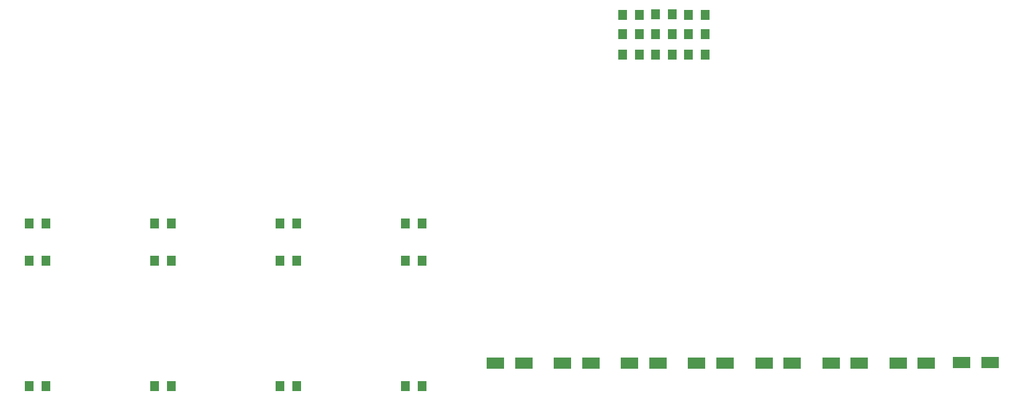
<source format=gbp>
G04 Layer_Color=128*
%FSTAX24Y24*%
%MOIN*%
G70*
G01*
G75*
%ADD14R,0.0500X0.0550*%
%ADD38R,0.0965X0.0591*%
D14*
X011958Y014339D02*
D03*
X011058D02*
D03*
X011958Y012339D02*
D03*
X011058D02*
D03*
X005219D02*
D03*
X004319D02*
D03*
X011948Y005599D02*
D03*
X011048D02*
D03*
X005219Y005589D02*
D03*
X004319D02*
D03*
X005219Y014339D02*
D03*
X004319D02*
D03*
X025435Y012339D02*
D03*
X024535D02*
D03*
X018696D02*
D03*
X017796D02*
D03*
X025425Y005599D02*
D03*
X024525D02*
D03*
X018696Y005589D02*
D03*
X017796D02*
D03*
X025435Y014339D02*
D03*
X024535D02*
D03*
X018696D02*
D03*
X017796D02*
D03*
X037955Y025551D02*
D03*
X038855D02*
D03*
X037104Y023396D02*
D03*
X036204D02*
D03*
X037104Y024498D02*
D03*
X036204D02*
D03*
X037104Y025541D02*
D03*
X036204D02*
D03*
X040627Y023396D02*
D03*
X039727D02*
D03*
X040627Y024498D02*
D03*
X039727D02*
D03*
X040627Y025541D02*
D03*
X039727D02*
D03*
X037955Y023406D02*
D03*
X038855D02*
D03*
X037955Y024508D02*
D03*
X038855D02*
D03*
D38*
X0544Y00687D02*
D03*
X055915D02*
D03*
X050984Y006841D02*
D03*
X0525D02*
D03*
X047382D02*
D03*
X048898D02*
D03*
X04378D02*
D03*
X045295D02*
D03*
X040177D02*
D03*
X041693D02*
D03*
X036575D02*
D03*
X038091D02*
D03*
X032973D02*
D03*
X034488D02*
D03*
X02937D02*
D03*
X030886D02*
D03*
M02*

</source>
